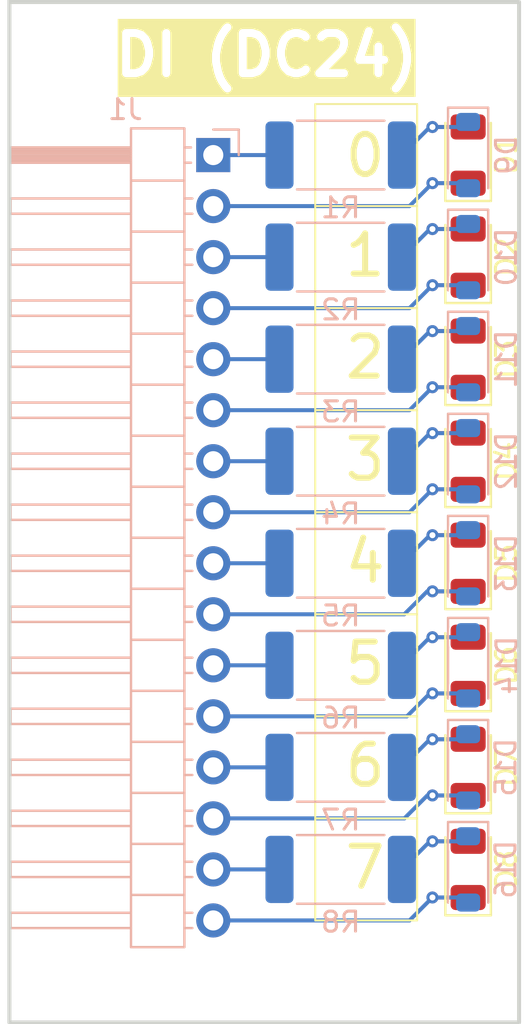
<source format=kicad_pcb>
(kicad_pcb (version 20240108) (generator "pcbnew") (generator_version "8.0")
  (layers (0 "F.Cu" signal) (31 "B.Cu" signal) (34 "B.Paste" user) (35 "F.Paste" user) (36 "B.SilkS" user "B.Silkscreen") (37 "F.SilkS" user "F.Silkscreen") (38 "B.Mask" user) (39 "F.Mask" user) (44 "Edge.Cuts" user))
  (net 0 "")
  (net 1 "Net-(D1-K)")
  (net 2 "Net-(D1-A)")
  (net 3 "Net-(J1-Pin_1)")
  (net 4 "Net-(J1-Pin_5)")
  (net 5 "Net-(J1-Pin_3)")
  (net 6 "Net-(D10-A)")
  (net 7 "Net-(D10-K)")
  (net 8 "Net-(D11-K)")
  (net 9 "Net-(D11-A)")
  (net 10 "Net-(D12-A)")
  (net 11 "Net-(D12-K)")
  (net 12 "Net-(D13-K)")
  (net 13 "Net-(D13-A)")
  (net 14 "Net-(D14-K)")
  (net 15 "Net-(D14-A)")
  (net 16 "Net-(D15-K)")
  (net 17 "Net-(D15-A)")
  (net 18 "Net-(D16-A)")
  (net 19 "Net-(D16-K)")
  (net 20 "Net-(J1-Pin_15)")
  (net 21 "Net-(J1-Pin_9)")
  (net 22 "Net-(J1-Pin_11)")
  (net 23 "Net-(J1-Pin_7)")
  (net 24 "Net-(J1-Pin_13)")
  (footprint "LED_SMD:LED_1206_3216Metric" (layer "F.Cu") (at 99.06 63.5 90)
    (property "Reference" "D2" (at 0 1.905 -90) (layer "F.SilkS"))
    (property "Value" "KP-3216MGC")
    (fp_line (start 1.6 -1.135) (end -2.285 -1.135) (stroke (width 0.12)) (layer "F.SilkS"))
    (fp_line (start -2.285 -1.135) (end -2.285 1.135) (stroke (width 0.12)) (layer "F.SilkS"))
    (fp_line (start -2.285 1.135) (end 1.6 1.135) (stroke (width 0.12)) (layer "F.SilkS"))
    (pad "1" smd roundrect (at -1.4 0 90) (size 1.25 1.75) (layers "F.Cu" "F.Paste" "F.Mask") (roundrect_rratio 0.2) (net 6 "Net-(D10-A)"))
    (pad "2" smd roundrect (at 1.4 0 90) (size 1.25 1.75) (layers "F.Cu" "F.Paste" "F.Mask") (roundrect_rratio 0.2) (net 7 "Net-(D10-K)"))
  )
  (footprint "LED_SMD:LED_1206_3216Metric" (layer "F.Cu") (at 99.06 78.74 90)
    (property "Reference" "D5" (at 0 1.905 -90) (layer "F.SilkS"))
    (property "Value" "KP-3216MGC")
    (fp_line (start 1.6 -1.135) (end -2.285 -1.135) (stroke (width 0.12)) (layer "F.SilkS"))
    (fp_line (start -2.285 -1.135) (end -2.285 1.135) (stroke (width 0.12)) (layer "F.SilkS"))
    (fp_line (start -2.285 1.135) (end 1.6 1.135) (stroke (width 0.12)) (layer "F.SilkS"))
    (pad "1" smd roundrect (at -1.4 0 90) (size 1.25 1.75) (layers "F.Cu" "F.Paste" "F.Mask") (roundrect_rratio 0.2) (net 13 "Net-(D13-A)"))
    (pad "2" smd roundrect (at 1.4 0 90) (size 1.25 1.75) (layers "F.Cu" "F.Paste" "F.Mask") (roundrect_rratio 0.2) (net 12 "Net-(D13-K)"))
  )
  (footprint "LED_SMD:LED_1206_3216Metric" (layer "F.Cu") (at 99.06 73.66 90)
    (property "Reference" "D4" (at 0 1.905 -90) (layer "F.SilkS"))
    (property "Value" "KP-3216MGC")
    (fp_line (start 1.6 -1.135) (end -2.285 -1.135) (stroke (width 0.12)) (layer "F.SilkS"))
    (fp_line (start -2.285 -1.135) (end -2.285 1.135) (stroke (width 0.12)) (layer "F.SilkS"))
    (fp_line (start -2.285 1.135) (end 1.6 1.135) (stroke (width 0.12)) (layer "F.SilkS"))
    (pad "1" smd roundrect (at -1.4 0 90) (size 1.25 1.75) (layers "F.Cu" "F.Paste" "F.Mask") (roundrect_rratio 0.2) (net 10 "Net-(D12-A)"))
    (pad "2" smd roundrect (at 1.4 0 90) (size 1.25 1.75) (layers "F.Cu" "F.Paste" "F.Mask") (roundrect_rratio 0.2) (net 11 "Net-(D12-K)"))
  )
  (footprint "LED_SMD:LED_1206_3216Metric" (layer "F.Cu") (at 99.06 83.82 90)
    (property "Reference" "D6" (at 0 1.905 -90) (layer "F.SilkS"))
    (property "Value" "KP-3216MGC")
    (fp_line (start 1.6 -1.135) (end -2.285 -1.135) (stroke (width 0.12)) (layer "F.SilkS"))
    (fp_line (start -2.285 -1.135) (end -2.285 1.135) (stroke (width 0.12)) (layer "F.SilkS"))
    (fp_line (start -2.285 1.135) (end 1.6 1.135) (stroke (width 0.12)) (layer "F.SilkS"))
    (pad "1" smd roundrect (at -1.4 0 90) (size 1.25 1.75) (layers "F.Cu" "F.Paste" "F.Mask") (roundrect_rratio 0.2) (net 15 "Net-(D14-A)"))
    (pad "2" smd roundrect (at 1.4 0 90) (size 1.25 1.75) (layers "F.Cu" "F.Paste" "F.Mask") (roundrect_rratio 0.2) (net 14 "Net-(D14-K)"))
  )
  (footprint "LED_SMD:LED_1206_3216Metric" (layer "F.Cu") (at 99.06 88.9 90)
    (property "Reference" "D7" (at 0 1.905 -90) (layer "F.SilkS"))
    (property "Value" "KP-3216MGC")
    (fp_line (start 1.6 -1.135) (end -2.285 -1.135) (stroke (width 0.12)) (layer "F.SilkS"))
    (fp_line (start -2.285 -1.135) (end -2.285 1.135) (stroke (width 0.12)) (layer "F.SilkS"))
    (fp_line (start -2.285 1.135) (end 1.6 1.135) (stroke (width 0.12)) (layer "F.SilkS"))
    (pad "1" smd roundrect (at -1.4 0 90) (size 1.25 1.75) (layers "F.Cu" "F.Paste" "F.Mask") (roundrect_rratio 0.2) (net 17 "Net-(D15-A)"))
    (pad "2" smd roundrect (at 1.4 0 90) (size 1.25 1.75) (layers "F.Cu" "F.Paste" "F.Mask") (roundrect_rratio 0.2) (net 16 "Net-(D15-K)"))
  )
  (footprint "LED_SMD:LED_1206_3216Metric" (layer "F.Cu") (at 99.06 58.42 90)
    (property "Reference" "D1" (at 0 1.905 -90) (layer "F.SilkS"))
    (property "Value" "KP-3216MGC")
    (fp_line (start 1.6 -1.135) (end -2.285 -1.135) (stroke (width 0.12)) (layer "F.SilkS"))
    (fp_line (start -2.285 -1.135) (end -2.285 1.135) (stroke (width 0.12)) (layer "F.SilkS"))
    (fp_line (start -2.285 1.135) (end 1.6 1.135) (stroke (width 0.12)) (layer "F.SilkS"))
    (pad "1" smd roundrect (at -1.4 0 90) (size 1.25 1.75) (layers "F.Cu" "F.Paste" "F.Mask") (roundrect_rratio 0.2) (net 1 "Net-(D1-K)"))
    (pad "2" smd roundrect (at 1.4 0 90) (size 1.25 1.75) (layers "F.Cu" "F.Paste" "F.Mask") (roundrect_rratio 0.2) (net 2 "Net-(D1-A)"))
  )
  (footprint "LED_SMD:LED_1206_3216Metric" (layer "F.Cu") (at 99.06 93.98 90)
    (property "Reference" "D8" (at 0 1.905 -90) (layer "F.SilkS"))
    (property "Value" "KP-3216MGC")
    (fp_line (start 1.6 -1.135) (end -2.285 -1.135) (stroke (width 0.12)) (layer "F.SilkS"))
    (fp_line (start -2.285 -1.135) (end -2.285 1.135) (stroke (width 0.12)) (layer "F.SilkS"))
    (fp_line (start -2.285 1.135) (end 1.6 1.135) (stroke (width 0.12)) (layer "F.SilkS"))
    (pad "1" smd roundrect (at -1.4 0 90) (size 1.25 1.75) (layers "F.Cu" "F.Paste" "F.Mask") (roundrect_rratio 0.2) (net 18 "Net-(D16-A)"))
    (pad "2" smd roundrect (at 1.4 0 90) (size 1.25 1.75) (layers "F.Cu" "F.Paste" "F.Mask") (roundrect_rratio 0.2) (net 19 "Net-(D16-K)"))
  )
  (footprint "LED_SMD:LED_1206_3216Metric" (layer "F.Cu") (at 99.06 68.58 90)
    (property "Reference" "D3" (at 0 1.905 -90) (layer "F.SilkS"))
    (property "Value" "KP-3216MGC")
    (fp_line (start 1.6 -1.135) (end -2.285 -1.135) (stroke (width 0.12)) (layer "F.SilkS"))
    (fp_line (start -2.285 -1.135) (end -2.285 1.135) (stroke (width 0.12)) (layer "F.SilkS"))
    (fp_line (start -2.285 1.135) (end 1.6 1.135) (stroke (width 0.12)) (layer "F.SilkS"))
    (pad "1" smd roundrect (at -1.4 0 90) (size 1.25 1.75) (layers "F.Cu" "F.Paste" "F.Mask") (roundrect_rratio 0.2) (net 9 "Net-(D11-A)"))
    (pad "2" smd roundrect (at 1.4 0 90) (size 1.25 1.75) (layers "F.Cu" "F.Paste" "F.Mask") (roundrect_rratio 0.2) (net 8 "Net-(D11-K)"))
  )
  (footprint "Diode_SMD:D_SOD-123" (layer "B.Cu") (at 99.06 58.42 -90)
    (property "Reference" "D9" (at 0 -1.905 90) (layer "B.SilkS") (effects (justify mirror)))
    (property "Value" "1N4148W")
    (fp_line (start 1.65 1) (end -2.36 1) (stroke (width 0.12)) (layer "B.SilkS"))
    (fp_line (start -2.36 -1) (end -2.36 1) (stroke (width 0.12)) (layer "B.SilkS"))
    (fp_line (start 1.65 -1) (end -2.36 -1) (stroke (width 0.12)) (layer "B.SilkS"))
    (pad "1" smd roundrect (at -1.65 0 270) (size 0.9 1.2) (layers "B.Cu" "B.Paste" "B.Mask") (net 2 "Net-(D1-A)"))
    (pad "2" smd roundrect (at 1.65 0 270) (size 0.9 1.2) (layers "B.Cu" "B.Paste" "B.Mask") (net 1 "Net-(D1-K)"))
  )
  (footprint "Diode_SMD:D_SOD-123" (layer "B.Cu") (at 99.06 68.58 -90)
    (property "Reference" "D11" (at 0 -1.905 90) (layer "B.SilkS") (effects (justify mirror)))
    (property "Value" "1N4148W")
    (fp_line (start 1.65 1) (end -2.36 1) (stroke (width 0.12)) (layer "B.SilkS"))
    (fp_line (start -2.36 -1) (end -2.36 1) (stroke (width 0.12)) (layer "B.SilkS"))
    (fp_line (start 1.65 -1) (end -2.36 -1) (stroke (width 0.12)) (layer "B.SilkS"))
    (pad "1" smd roundrect (at -1.65 0 270) (size 0.9 1.2) (layers "B.Cu" "B.Paste" "B.Mask") (net 8 "Net-(D11-K)"))
    (pad "2" smd roundrect (at 1.65 0 270) (size 0.9 1.2) (layers "B.Cu" "B.Paste" "B.Mask") (net 9 "Net-(D11-A)"))
  )
  (footprint "Resistor_SMD:R_2512_6332Metric_Pad1.40x3.35mm_HandSolder" (layer "B.Cu") (at 92.71 78.74)
    (property "Reference" "R5" (at 0 2.62 0) (layer "B.SilkS") (effects (justify mirror)))
    (property "Value" "1.1k 1W")
    (fp_line (start 2.177064 -1.71) (end -2.177064 -1.71) (stroke (width 0.12)) (layer "B.SilkS"))
    (fp_line (start 2.177064 1.71) (end -2.177064 1.71) (stroke (width 0.12)) (layer "B.SilkS"))
    (pad "1" smd roundrect (at -3.05 0) (size 1.4 3.35) (layers "B.Cu" "B.Paste" "B.Mask") (roundrect_rratio 0.178571) (net 21 "Net-(J1-Pin_9)"))
    (pad "2" smd roundrect (at 3.05 0) (size 1.4 3.35) (layers "B.Cu" "B.Paste" "B.Mask") (roundrect_rratio 0.178571) (net 12 "Net-(D13-K)"))
  )
  (footprint "Diode_SMD:D_SOD-123" (layer "B.Cu") (at 99.06 73.66 -90)
    (property "Reference" "D12" (at 0 -1.905 90) (layer "B.SilkS") (effects (justify mirror)))
    (property "Value" "1N4148W")
    (fp_line (start 1.65 1) (end -2.36 1) (stroke (width 0.12)) (layer "B.SilkS"))
    (fp_line (start -2.36 -1) (end -2.36 1) (stroke (width 0.12)) (layer "B.SilkS"))
    (fp_line (start 1.65 -1) (end -2.36 -1) (stroke (width 0.12)) (layer "B.SilkS"))
    (pad "1" smd roundrect (at -1.65 0 270) (size 0.9 1.2) (layers "B.Cu" "B.Paste" "B.Mask") (net 11 "Net-(D12-K)"))
    (pad "2" smd roundrect (at 1.65 0 270) (size 0.9 1.2) (layers "B.Cu" "B.Paste" "B.Mask") (net 10 "Net-(D12-A)"))
  )
  (footprint "Connector_PinHeader_2.54mm:PinHeader_1x16_P2.54mm_Horizontal" (layer "B.Cu") (at 86.36 58.42 180)
    (property "Reference" "J1" (at 4.385 2.27 180) (layer "B.SilkS") (effects (justify mirror)))
    (property "Value" "Conn_01x16_Pin")
    (fp_line (start 10.1 0.38) (end 4.1 0.38) (stroke (width 0.12)) (layer "B.SilkS"))
    (fp_line (start 10.1 0.32) (end 4.1 0.32) (stroke (width 0.12)) (layer "B.SilkS"))
    (fp_line (start 10.1 0.2) (end 4.1 0.2) (stroke (width 0.12)) (layer "B.SilkS"))
    (fp_line (start 10.1 0.08) (end 4.1 0.08) (stroke (width 0.12)) (layer "B.SilkS"))
    (fp_line (start 10.1 -0.04) (end 4.1 -0.04) (stroke (width 0.12)) (layer "B.SilkS"))
    (fp_line (start 10.1 -0.16) (end 4.1 -0.16) (stroke (width 0.12)) (layer "B.SilkS"))
    (fp_line (start 10.1 -0.28) (end 4.1 -0.28) (stroke (width 0.12)) (layer "B.SilkS"))
    (fp_line (start 10.1 -0.38) (end 10.1 0.38) (stroke (width 0.12)) (layer "B.SilkS"))
    (fp_line (start 10.1 -2.16) (end 4.1 -2.16) (stroke (width 0.12)) (layer "B.SilkS"))
    (fp_line (start 10.1 -2.92) (end 10.1 -2.16) (stroke (width 0.12)) (layer "B.SilkS"))
    (fp_line (start 10.1 -4.7) (end 4.1 -4.7) (stroke (width 0.12)) (layer "B.SilkS"))
    (fp_line (start 10.1 -5.46) (end 10.1 -4.7) (stroke (width 0.12)) (layer "B.SilkS"))
    (fp_line (start 10.1 -7.24) (end 4.1 -7.24) (stroke (width 0.12)) (layer "B.SilkS"))
    (fp_line (start 10.1 -8) (end 10.1 -7.24) (stroke (width 0.12)) (layer "B.SilkS"))
    (fp_line (start 10.1 -9.78) (end 4.1 -9.78) (stroke (width 0.12)) (layer "B.SilkS"))
    (fp_line (start 10.1 -10.54) (end 10.1 -9.78) (stroke (width 0.12)) (layer "B.SilkS"))
    (fp_line (start 10.1 -12.32) (end 4.1 -12.32) (stroke (width 0.12)) (layer "B.SilkS"))
    (fp_line (start 10.1 -13.08) (end 10.1 -12.32) (stroke (width 0.12)) (layer "B.SilkS"))
    (fp_line (start 10.1 -14.86) (end 4.1 -14.86) (stroke (width 0.12)) (layer "B.SilkS"))
    (fp_line (start 10.1 -15.62) (end 10.1 -14.86) (stroke (width 0.12)) (layer "B.SilkS"))
    (fp_line (start 10.1 -17.4) (end 4.1 -17.4) (stroke (width 0.12)) (layer "B.SilkS"))
    (fp_line (start 10.1 -18.16) (end 10.1 -17.4) (stroke (width 0.12)) (layer "B.SilkS"))
    (fp_line (start 10.1 -19.94) (end 4.1 -19.94) (stroke (width 0.12)) (layer "B.SilkS"))
    (fp_line (start 10.1 -20.7) (end 10.1 -19.94) (stroke (width 0.12)) (layer "B.SilkS"))
    (fp_line (start 10.1 -22.48) (end 4.1 -22.48) (stroke (width 0.12)) (layer "B.SilkS"))
    (fp_line (start 10.1 -23.24) (end 10.1 -22.48) (stroke (width 0.12)) (layer "B.SilkS"))
    (fp_line (start 10.1 -25.02) (end 4.1 -25.02) (stroke (width 0.12)) (layer "B.SilkS"))
    (fp_line (start 10.1 -25.78) (end 10.1 -25.02) (stroke (width 0.12)) (layer "B.SilkS"))
    (fp_line (start 10.1 -27.56) (end 4.1 -27.56) (stroke (width 0.12)) (layer "B.SilkS"))
    (fp_line (start 10.1 -28.32) (end 10.1 -27.56) (stroke (width 0.12)) (layer "B.SilkS"))
    (fp_line (start 10.1 -30.1) (end 4.1 -30.1) (stroke (width 0.12)) (layer "B.SilkS"))
    (fp_line (start 10.1 -30.86) (end 10.1 -30.1) (stroke (width 0.12)) (layer "B.SilkS"))
    (fp_line (start 10.1 -32.64) (end 4.1 -32.64) (stroke (width 0.12)) (layer "B.SilkS"))
    (fp_line (start 10.1 -33.4) (end 10.1 -32.64) (stroke (width 0.12)) (layer "B.SilkS"))
    (fp_line (start 10.1 -35.18) (end 4.1 -35.18) (stroke (width 0.12)) (layer "B.SilkS"))
    (fp_line (start 10.1 -35.94) (end 10.1 -35.18) (stroke (width 0.12)) (layer "B.SilkS"))
    (fp_line (start 10.1 -37.72) (end 4.1 -37.72) (stroke (width 0.12)) (layer "B.SilkS"))
    (fp_line (start 10.1 -38.48) (end 10.1 -37.72) (stroke (width 0.12)) (layer "B.SilkS"))
    (fp_line (start 4.1 1.33) (end 4.1 -39.43) (stroke (width 0.12)) (layer "B.SilkS"))
    (fp_line (start 4.1 -0.38) (end 10.1 -0.38) (stroke (width 0.12)) (layer "B.SilkS"))
    (fp_line (start 4.1 -1.27) (end 1.44 -1.27) (stroke (width 0.12)) (layer "B.SilkS"))
    (fp_line (start 4.1 -2.92) (end 10.1 -2.92) (stroke (width 0.12)) (layer "B.SilkS"))
    (fp_line (start 4.1 -3.81) (end 1.44 -3.81) (stroke (width 0.12)) (layer "B.SilkS"))
    (fp_line (start 4.1 -5.46) (end 10.1 -5.46) (stroke (width 0.12)) (layer "B.SilkS"))
    (fp_line (start 4.1 -6.35) (end 1.44 -6.35) (stroke (width 0.12)) (layer "B.SilkS"))
    (fp_line (start 4.1 -8) (end 10.1 -8) (stroke (width 0.12)) (layer "B.SilkS"))
    (fp_line (start 4.1 -8.89) (end 1.44 -8.89) (stroke (width 0.12)) (layer "B.SilkS"))
    (fp_line (start 4.1 -10.54) (end 10.1 -10.54) (stroke (width 0.12)) (layer "B.SilkS"))
    (fp_line (start 4.1 -11.43) (end 1.44 -11.43) (stroke (width 0.12)) (layer "B.SilkS"))
    (fp_line (start 4.1 -13.08) (end 10.1 -13.08) (stroke (width 0.12)) (layer "B.SilkS"))
    (fp_line (start 4.1 -13.97) (end 1.44 -13.97) (stroke (width 0.12)) (layer "B.SilkS"))
    (fp_line (start 4.1 -15.62) (end 10.1 -15.62) (stroke (width 0.12)) (layer "B.SilkS"))
    (fp_line (start 4.1 -16.51) (end 1.44 -16.51) (stroke (width 0.12)) (layer "B.SilkS"))
    (fp_line (start 4.1 -18.16) (end 10.1 -18.16) (stroke (width 0.12)) (layer "B.SilkS"))
    (fp_line (start 4.1 -19.05) (end 1.44 -19.05) (stroke (width 0.12)) (layer "B.SilkS"))
    (fp_line (start 4.1 -20.7) (end 10.1 -20.7) (stroke (width 0.12)) (layer "B.SilkS"))
    (fp_line (start 4.1 -21.59) (end 1.44 -21.59) (stroke (width 0.12)) (layer "B.SilkS"))
    (fp_line (start 4.1 -23.24) (end 10.1 -23.24) (stroke (width 0.12)) (layer "B.SilkS"))
    (fp_line (start 4.1 -24.13) (end 1.44 -24.13) (stroke (width 0.12)) (layer "B.SilkS"))
    (fp_line (start 4.1 -25.78) (end 10.1 -25.78) (stroke (width 0.12)) (layer "B.SilkS"))
    (fp_line (start 4.1 -26.67) (end 1.44 -26.67) (stroke (width 0.12)) (layer "B.SilkS"))
    (fp_line (start 4.1 -28.32) (end 10.1 -28.32) (stroke (width 0.12)) (layer "B.SilkS"))
    (fp_line (start 4.1 -29.21) (end 1.44 -29.21) (stroke (width 0.12)) (layer "B.SilkS"))
    (fp_line (start 4.1 -30.86) (end 10.1 -30.86) (stroke (width 0.12)) (layer "B.SilkS"))
    (fp_line (start 4.1 -31.75) (end 1.44 -31.75) (stroke (width 0.12)) (layer "B.SilkS"))
    (fp_line (start 4.1 -33.4) (end 10.1 -33.4) (stroke (width 0.12)) (layer "B.SilkS"))
    (fp_line (start 4.1 -34.29) (end 1.44 -34.29) (stroke (width 0.12)) (layer "B.SilkS"))
    (fp_line (start 4.1 -35.94) (end 10.1 -35.94) (stroke (width 0.12)) (layer "B.SilkS"))
    (fp_line (start 4.1 -36.83) (end 1.44 -36.83) (stroke (width 0.12)) (layer "B.SilkS"))
    (fp_line (start 4.1 -38.48) (end 10.1 -38.48) (stroke (width 0.12)) (layer "B.SilkS"))
    (fp_line (start 4.1 -39.43) (end 1.44 -39.43) (stroke (width 0.12)) (layer "B.SilkS"))
    (fp_line (start 1.44 1.33) (end 4.1 1.33) (stroke (width 0.12)) (layer "B.SilkS"))
    (fp_line (start 1.44 0.38) (end 1.11 0.38) (stroke (width 0.12)) (layer "B.SilkS"))
    (fp_line (start 1.44 -0.38) (end 1.11 -0.38) (stroke (width 0.12)) (layer "B.SilkS"))
    (fp_line (start 1.44 -2.16) (end 1.042929 -2.16) (stroke (width 0.12)) (layer "B.SilkS"))
    (fp_line (start 1.44 -2.92) (end 1.042929 -2.92) (stroke (width 0.12)) (layer "B.SilkS"))
    (fp_line (start 1.44 -4.7) (end 1.042929 -4.7) (stroke (width 0.12)) (layer "B.SilkS"))
    (fp_line (start 1.44 -5.46) (end 1.042929 -5.46) (stroke (width 0.12)) (layer "B.SilkS"))
    (fp_line (start 1.44 -7.24) (end 1.042929 -7.24) (stroke (width 0.12)) (layer "B.SilkS"))
    (fp_line (start 1.44 -8) (end 1.042929 -8) (stroke (width 0.12)) (layer "B.SilkS"))
    (fp_line (start 1.44 -9.78) (end 1.042929 -9.78) (stroke (width 0.12)) (layer "B.SilkS"))
    (fp_line (start 1.44 -10.54) (end 1.042929 -10.54) (stroke (width 0.12)) (layer "B.SilkS"))
    (fp_line (start 1.44 -12.32) (end 1.042929 -12.32) (stroke (width 0.12)) (layer "B.SilkS"))
    (fp_line (start 1.44 -13.08) (end 1.042929 -13.08) (stroke (width 0.12)) (layer "B.SilkS"))
    (fp_line (start 1.44 -14.86) (end 1.042929 -14.86) (stroke (width 0.12)) (layer "B.SilkS"))
    (fp_line (start 1.44 -15.62) (end 1.042929 -15.62) (stroke (width 0.12)) (layer "B.SilkS"))
    (fp_line (start 1.44 -17.4) (end 1.042929 -17.4) (stroke (width 0.12)) (layer "B.SilkS"))
    (fp_line (start 1.44 -18.16) (end 1.042929 -18.16) (stroke (width 0.12)) (layer "B.SilkS"))
    (fp_line (start 1.44 -19.94) (end 1.042929 -19.94) (stroke (width 0.12)) (layer "B.SilkS"))
    (fp_line (start 1.44 -20.7) (end 1.042929 -20.7) (stroke (width 0.12)) (layer "B.SilkS"))
    (fp_line (start 1.44 -22.48) (end 1.042929 -22.48) (stroke (width 0.12)) (layer "B.SilkS"))
    (fp_line (start 1.44 -23.24) (end 1.042929 -23.24) (stroke (width 0.12)) (layer "B.SilkS"))
    (fp_line (start 1.44 -25.02) (end 1.042929 -25.02) (stroke (width 0.12)) (layer "B.SilkS"))
    (fp_line (start 1.44 -25.78) (end 1.042929 -25.78) (stroke (width 0.12)) (layer "B.SilkS"))
    (fp_line (start 1.44 -27.56) (end 1.042929 -27.56) (stroke (width 0.12)) (layer "B.SilkS"))
    (fp_line (start 1.44 -28.32) (end 1.042929 -28.32) (stroke (width 0.12)) (layer "B.SilkS"))
    (fp_line (start 1.44 -30.1) (end 1.042929 -30.1) (stroke (width 0.12)) (layer "B.SilkS"))
    (fp_line (start 1.44 -30.86) (end 1.042929 -30.86) (stroke (width 0.12)) (layer "B.SilkS"))
    (fp_line (start 1.44 -32.64) (end 1.042929 -32.64) (stroke (width 0.12)) (layer "B.SilkS"))
    (fp_line (start 1.44 -33.4) (end 1.042929 -33.4) (stroke (width 0.12)) (layer "B.SilkS"))
    (fp_line (start 1.44 -35.18) (end 1.042929 -35.18) (stroke (width 0.12)) (layer "B.SilkS"))
    (fp_line (start 1.44 -35.94) (end 1.042929 -35.94) (stroke (width 0.12)) (layer "B.SilkS"))
    (fp_line (start 1.44 -37.72) (end 1.042929 -37.72) (stroke (width 0.12)) (layer "B.SilkS"))
    (fp_line (start 1.44 -38.48) (end 1.042929 -38.48) (stroke (width 0.12)) (layer "B.SilkS"))
    (fp_line (start 1.44 -39.43) (end 1.44 1.33) (stroke (width 0.12)) (layer "B.SilkS"))
    (fp_line (start 0 1.27) (end -1.27 1.27) (stroke (width 0.12)) (layer "B.SilkS"))
    (fp_line (start -1.27 1.27) (end -1.27 0) (stroke (width 0.12)) (layer "B.SilkS"))
    (pad "1" thru_hole rect (at 0 0 180) (size 1.7 1.7) (drill 1) (layers "*.Cu" "*.Mask") (net 3 "Net-(J1-Pin_1)"))
    (pad "2" thru_hole oval (at 0 -2.54 180) (size 1.7 1.7) (drill 1) (layers "*.Cu" "*.Mask") (net 1 "Net-(D1-K)"))
    (pad "3" thru_hole oval (at 0 -5.08 180) (size 1.7 1.7) (drill 1) (layers "*.Cu" "*.Mask") (net 5 "Net-(J1-Pin_3)"))
    (pad "4" thru_hole oval (at 0 -7.62 180) (size 1.7 1.7) (drill 1) (layers "*.Cu" "*.Mask") (net 6 "Net-(D10-A)"))
    (pad "5" thru_hole oval (at 0 -10.16 180) (size 1.7 1.7) (drill 1) (layers "*.Cu" "*.Mask") (net 4 "Net-(J1-Pin_5)"))
    (pad "6" thru_hole oval (at 0 -12.7 180) (size 1.7 1.7) (drill 1) (layers "*.Cu" "*.Mask") (net 9 "Net-(D11-A)"))
    (pad "7" thru_hole oval (at 0 -15.24 180) (size 1.7 1.7) (drill 1) (layers "*.Cu" "*.Mask") (net 23 "Net-(J1-Pin_7)"))
    (pad "8" thru_hole oval (at 0 -17.78 180) (size 1.7 1.7) (drill 1) (layers "*.Cu" "*.Mask") (net 10 "Net-(D12-A)"))
    (pad "9" thru_hole oval (at 0 -20.32 180) (size 1.7 1.7) (drill 1) (layers "*.Cu" "*.Mask") (net 21 "Net-(J1-Pin_9)"))
    (pad "10" thru_hole oval (at 0 -22.86 180) (size 1.7 1.7) (drill 1) (layers "*.Cu" "*.Mask") (net 13 "Net-(D13-A)"))
    (pad "11" thru_hole oval (at 0 -25.4 180) (size 1.7 1.7) (drill 1) (layers "*.Cu" "*.Mask") (net 22 "Net-(J1-Pin_11)"))
    (pad "12" thru_hole oval (at 0 -27.94 180) (size 1.7 1.7) (drill 1) (layers "*.Cu" "*.Mask") (net 15 "Net-(D14-A)"))
    (pad "13" thru_hole oval (at 0 -30.48 180) (size 1.7 1.7) (drill 1) (layers "*.Cu" "*.Mask") (net 24 "Net-(J1-Pin_13)"))
    (pad "14" thru_hole oval (at 0 -33.02 180) (size 1.7 1.7) (drill 1) (layers "*.Cu" "*.Mask") (net 17 "Net-(D15-A)"))
    (pad "15" thru_hole oval (at 0 -35.56 180) (size 1.7 1.7) (drill 1) (layers "*.Cu" "*.Mask") (net 20 "Net-(J1-Pin_15)"))
    (pad "16" thru_hole oval (at 0 -38.1 180) (size 1.7 1.7) (drill 1) (layers "*.Cu" "*.Mask") (net 18 "Net-(D16-A)"))
  )
  (footprint "Diode_SMD:D_SOD-123" (layer "B.Cu") (at 99.06 88.9 -90)
    (property "Reference" "D15" (at 0 -1.8796 90) (layer "B.SilkS") (effects (justify mirror)))
    (property "Value" "1N4148W")
    (fp_line (start 1.65 1) (end -2.36 1) (stroke (width 0.12)) (layer "B.SilkS"))
    (fp_line (start -2.36 -1) (end -2.36 1) (stroke (width 0.12)) (layer "B.SilkS"))
    (fp_line (start 1.65 -1) (end -2.36 -1) (stroke (width 0.12)) (layer "B.SilkS"))
    (pad "1" smd roundrect (at -1.65 0 270) (size 0.9 1.2) (layers "B.Cu" "B.Paste" "B.Mask") (net 16 "Net-(D15-K)"))
    (pad "2" smd roundrect (at 1.65 0 270) (size 0.9 1.2) (layers "B.Cu" "B.Paste" "B.Mask") (net 17 "Net-(D15-A)"))
  )
  (footprint "Diode_SMD:D_SOD-123" (layer "B.Cu") (at 99.06 83.82 -90)
    (property "Reference" "D14" (at 0 -1.9304 90) (layer "B.SilkS") (effects (justify mirror)))
    (property "Value" "1N4148W")
    (fp_line (start 1.65 1) (end -2.36 1) (stroke (width 0.12)) (layer "B.SilkS"))
    (fp_line (start -2.36 -1) (end -2.36 1) (stroke (width 0.12)) (layer "B.SilkS"))
    (fp_line (start 1.65 -1) (end -2.36 -1) (stroke (width 0.12)) (layer "B.SilkS"))
    (pad "1" smd roundrect (at -1.65 0 270) (size 0.9 1.2) (layers "B.Cu" "B.Paste" "B.Mask") (net 14 "Net-(D14-K)"))
    (pad "2" smd roundrect (at 1.65 0 270) (size 0.9 1.2) (layers "B.Cu" "B.Paste" "B.Mask") (net 15 "Net-(D14-A)"))
  )
  (footprint "Diode_SMD:D_SOD-123" (layer "B.Cu") (at 99.06 63.5 -90)
    (property "Reference" "D10" (at 0 -1.905 90) (layer "B.SilkS") (effects (justify mirror)))
    (property "Value" "1N4148W")
    (fp_line (start 1.65 1) (end -2.36 1) (stroke (width 0.12)) (layer "B.SilkS"))
    (fp_line (start -2.36 -1) (end -2.36 1) (stroke (width 0.12)) (layer "B.SilkS"))
    (fp_line (start 1.65 -1) (end -2.36 -1) (stroke (width 0.12)) (layer "B.SilkS"))
    (pad "1" smd roundrect (at -1.65 0 270) (size 0.9 1.2) (layers "B.Cu" "B.Paste" "B.Mask") (net 7 "Net-(D10-K)"))
    (pad "2" smd roundrect (at 1.65 0 270) (size 0.9 1.2) (layers "B.Cu" "B.Paste" "B.Mask") (net 6 "Net-(D10-A)"))
  )
  (footprint "Diode_SMD:D_SOD-123" (layer "B.Cu") (at 99.06 78.74 -90)
    (property "Reference" "D13" (at 0 -1.905 90) (layer "B.SilkS") (effects (justify mirror)))
    (property "Value" "1N4148W")
    (fp_line (start 1.65 1) (end -2.36 1) (stroke (width 0.12)) (layer "B.SilkS"))
    (fp_line (start -2.36 -1) (end -2.36 1) (stroke (width 0.12)) (layer "B.SilkS"))
    (fp_line (start 1.65 -1) (end -2.36 -1) (stroke (width 0.12)) (layer "B.SilkS"))
    (pad "1" smd roundrect (at -1.65 0 270) (size 0.9 1.2) (layers "B.Cu" "B.Paste" "B.Mask") (net 12 "Net-(D13-K)"))
    (pad "2" smd roundrect (at 1.65 0 270) (size 0.9 1.2) (layers "B.Cu" "B.Paste" "B.Mask") (net 13 "Net-(D13-A)"))
  )
  (footprint "Diode_SMD:D_SOD-123" (layer "B.Cu") (at 99.06 93.98 -90)
    (property "Reference" "D16" (at 0 -1.8796 90) (layer "B.SilkS") (effects (justify mirror)))
    (property "Value" "1N4148W")
    (fp_line (start 1.65 1) (end -2.36 1) (stroke (width 0.12)) (layer "B.SilkS"))
    (fp_line (start -2.36 -1) (end -2.36 1) (stroke (width 0.12)) (layer "B.SilkS"))
    (fp_line (start 1.65 -1) (end -2.36 -1) (stroke (width 0.12)) (layer "B.SilkS"))
    (pad "1" smd roundrect (at -1.65 0 270) (size 0.9 1.2) (layers "B.Cu" "B.Paste" "B.Mask") (net 19 "Net-(D16-K)"))
    (pad "2" smd roundrect (at 1.65 0 270) (size 0.9 1.2) (layers "B.Cu" "B.Paste" "B.Mask") (net 18 "Net-(D16-A)"))
  )
  (footprint "Resistor_SMD:R_2512_6332Metric_Pad1.40x3.35mm_HandSolder" (layer "B.Cu") (at 92.71 83.82)
    (property "Reference" "R6" (at 0 2.62 0) (layer "B.SilkS") (effects (justify mirror)))
    (property "Value" "1.1k 1W")
    (fp_line (start 2.177064 -1.71) (end -2.177064 -1.71) (stroke (width 0.12)) (layer "B.SilkS"))
    (fp_line (start 2.177064 1.71) (end -2.177064 1.71) (stroke (width 0.12)) (layer "B.SilkS"))
    (pad "1" smd roundrect (at -3.05 0) (size 1.4 3.35) (layers "B.Cu" "B.Paste" "B.Mask") (roundrect_rratio 0.178571) (net 22 "Net-(J1-Pin_11)"))
    (pad "2" smd roundrect (at 3.05 0) (size 1.4 3.35) (layers "B.Cu" "B.Paste" "B.Mask") (roundrect_rratio 0.178571) (net 14 "Net-(D14-K)"))
  )
  (footprint "Resistor_SMD:R_2512_6332Metric_Pad1.40x3.35mm_HandSolder" (layer "B.Cu") (at 92.71 58.42)
    (property "Reference" "R1" (at 0 2.62 0) (layer "B.SilkS") (effects (justify mirror)))
    (property "Value" "1.1k 1W")
    (fp_line (start 2.177064 -1.71) (end -2.177064 -1.71) (stroke (width 0.12)) (layer "B.SilkS"))
    (fp_line (start 2.177064 1.71) (end -2.177064 1.71) (stroke (width 0.12)) (layer "B.SilkS"))
    (pad "1" smd roundrect (at -3.05 0) (size 1.4 3.35) (layers "B.Cu" "B.Paste" "B.Mask") (roundrect_rratio 0.178571) (net 3 "Net-(J1-Pin_1)"))
    (pad "2" smd roundrect (at 3.05 0) (size 1.4 3.35) (layers "B.Cu" "B.Paste" "B.Mask") (roundrect_rratio 0.178571) (net 2 "Net-(D1-A)"))
  )
  (footprint "Resistor_SMD:R_2512_6332Metric_Pad1.40x3.35mm_HandSolder" (layer "B.Cu") (at 92.71 73.66)
    (property "Reference" "R4" (at 0 2.62 0) (layer "B.SilkS") (effects (justify mirror)))
    (property "Value" "1.1k 1W")
    (fp_line (start 2.177064 -1.71) (end -2.177064 -1.71) (stroke (width 0.12)) (layer "B.SilkS"))
    (fp_line (start 2.177064 1.71) (end -2.177064 1.71) (stroke (width 0.12)) (layer "B.SilkS"))
    (pad "1" smd roundrect (at -3.05 0) (size 1.4 3.35) (layers "B.Cu" "B.Paste" "B.Mask") (roundrect_rratio 0.178571) (net 23 "Net-(J1-Pin_7)"))
    (pad "2" smd roundrect (at 3.05 0) (size 1.4 3.35) (layers "B.Cu" "B.Paste" "B.Mask") (roundrect_rratio 0.178571) (net 11 "Net-(D12-K)"))
  )
  (footprint "Resistor_SMD:R_2512_6332Metric_Pad1.40x3.35mm_HandSolder" (layer "B.Cu") (at 92.71 93.98)
    (property "Reference" "R8" (at 0 2.62 0) (layer "B.SilkS") (effects (justify mirror)))
    (property "Value" "1.1k 1W")
    (fp_line (start 2.177064 -1.71) (end -2.177064 -1.71) (stroke (width 0.12)) (layer "B.SilkS"))
    (fp_line (start 2.177064 1.71) (end -2.177064 1.71) (stroke (width 0.12)) (layer "B.SilkS"))
    (pad "1" smd roundrect (at -3.05 0) (size 1.4 3.35) (layers "B.Cu" "B.Paste" "B.Mask") (roundrect_rratio 0.178571) (net 20 "Net-(J1-Pin_15)"))
    (pad "2" smd roundrect (at 3.05 0) (size 1.4 3.35) (layers "B.Cu" "B.Paste" "B.Mask") (roundrect_rratio 0.178571) (net 19 "Net-(D16-K)"))
  )
  (footprint "Resistor_SMD:R_2512_6332Metric_Pad1.40x3.35mm_HandSolder" (layer "B.Cu") (at 92.71 88.9)
    (property "Reference" "R7" (at 0 2.62 0) (layer "B.SilkS") (effects (justify mirror)))
    (property "Value" "1.1k 1W")
    (fp_line (start 2.177064 -1.71) (end -2.177064 -1.71) (stroke (width 0.12)) (layer "B.SilkS"))
    (fp_line (start 2.177064 1.71) (end -2.177064 1.71) (stroke (width 0.12)) (layer "B.SilkS"))
    (pad "1" smd roundrect (at -3.05 0) (size 1.4 3.35) (layers "B.Cu" "B.Paste" "B.Mask") (roundrect_rratio 0.178571) (net 24 "Net-(J1-Pin_13)"))
    (pad "2" smd roundrect (at 3.05 0) (size 1.4 3.35) (layers "B.Cu" "B.Paste" "B.Mask") (roundrect_rratio 0.178571) (net 16 "Net-(D15-K)"))
  )
  (footprint "Resistor_SMD:R_2512_6332Metric_Pad1.40x3.35mm_HandSolder" (layer "B.Cu") (at 92.71 63.5)
    (property "Reference" "R2" (at 0 2.62 0) (layer "B.SilkS") (effects (justify mirror)))
    (property "Value" "1.1k 1W")
    (fp_line (start 2.177064 -1.71) (end -2.177064 -1.71) (stroke (width 0.12)) (layer "B.SilkS"))
    (fp_line (start 2.177064 1.71) (end -2.177064 1.71) (stroke (width 0.12)) (layer "B.SilkS"))
    (pad "1" smd roundrect (at -3.05 0) (size 1.4 3.35) (layers "B.Cu" "B.Paste" "B.Mask") (roundrect_rratio 0.178571) (net 5 "Net-(J1-Pin_3)"))
    (pad "2" smd roundrect (at 3.05 0) (size 1.4 3.35) (layers "B.Cu" "B.Paste" "B.Mask") (roundrect_rratio 0.178571) (net 7 "Net-(D10-K)"))
  )
  (footprint "Resistor_SMD:R_2512_6332Metric_Pad1.40x3.35mm_HandSolder" (layer "B.Cu") (at 92.71 68.58)
    (property "Reference" "R3" (at 0 2.62 0) (layer "B.SilkS") (effects (justify mirror)))
    (property "Value" "1.1k 1W")
    (fp_line (start 2.177064 -1.71) (end -2.177064 -1.71) (stroke (width 0.12)) (layer "B.SilkS"))
    (fp_line (start 2.177064 1.71) (end -2.177064 1.71) (stroke (width 0.12)) (layer "B.SilkS"))
    (pad "1" smd roundrect (at -3.05 0) (size 1.4 3.35) (layers "B.Cu" "B.Paste" "B.Mask") (roundrect_rratio 0.178571) (net 4 "Net-(J1-Pin_5)"))
    (pad "2" smd roundrect (at 3.05 0) (size 1.4 3.35) (layers "B.Cu" "B.Paste" "B.Mask") (roundrect_rratio 0.178571) (net 8 "Net-(D11-K)"))
  )
  (gr_rect (start 91.44 55.88) (end 96.52 60.96) (stroke (width 0.1)) (fill none) (layer "F.SilkS"))
  (gr_rect (start 91.44 66.04) (end 96.52 71.12) (stroke (width 0.1)) (fill none) (layer "F.SilkS"))
  (gr_rect (start 91.44 81.28) (end 96.52 86.36) (stroke (width 0.1)) (fill none) (layer "F.SilkS"))
  (gr_rect (start 91.44 60.96) (end 96.52 66.04) (stroke (width 0.1)) (fill none) (layer "F.SilkS"))
  (gr_rect (start 91.44 91.44) (end 96.52 96.52) (stroke (width 0.1)) (fill none) (layer "F.SilkS"))
  (gr_rect (start 91.44 86.36) (end 96.52 91.44) (stroke (width 0.1)) (fill none) (layer "F.SilkS"))
  (gr_rect (start 91.44 76.2) (end 96.52 81.28) (stroke (width 0.1)) (fill none) (layer "F.SilkS"))
  (gr_rect (start 91.44 71.12) (end 96.52 76.2) (stroke (width 0.1)) (fill none) (layer "F.SilkS"))
  (gr_rect (start 76.2 50.8) (end 101.6 101.6) (stroke (width 0.2)) (fill none) (layer "Edge.Cuts"))
  (gr_text "4" (at 92.777619 79.819 0) (layer "F.SilkS") (effects (font (size 2 2) (thickness 0.3)) (justify left bottom)))
  (gr_text "6" (at 92.777619 89.979 0) (layer "F.SilkS") (effects (font (size 2 2) (thickness 0.3)) (justify left bottom)))
  (gr_text "5" (at 92.777619 84.899 0) (layer "F.SilkS") (effects (font (size 2 2) (thickness 0.3)) (justify left bottom)))
  (gr_text "7" (at 92.777619 95.059 0) (layer "F.SilkS") (effects (font (size 2 2) (thickness 0.3)) (justify left bottom)))
  (gr_text "DI (DC24)" (at 81.28 54.61 0) (layer "F.SilkS" knockout) (effects (font (size 2 2) (thickness 0.4) (bold yes)) (justify left bottom)))
  (gr_text "1" (at 92.777619 64.579 0) (layer "F.SilkS") (effects (font (size 2 2) (thickness 0.3)) (justify left bottom)))
  (gr_text "2" (at 92.777619 69.659 0) (layer "F.SilkS") (effects (font (size 2 2) (thickness 0.3)) (justify left bottom)))
  (gr_text "3" (at 92.777619 74.739 0) (layer "F.SilkS") (effects (font (size 2 2) (thickness 0.3)) (justify left bottom)))
  (gr_text "0" (at 92.777619 59.6235 0) (layer "F.SilkS") (effects (font (size 2 2) (thickness 0.3)) (justify left bottom)))
  (segment (start 97.285 59.82) (end 97.282 59.817) (width 0.2) (layer "F.Cu") (net 1))
  (segment (start 99.06 59.82) (end 97.285 59.82) (width 0.2) (layer "F.Cu") (net 1))
  (via (at 97.282 59.817) (size 0.6) (drill 0.3) (layers "F.Cu" "B.Cu") (net 1))
  (segment (start 96.139 60.96) (end 86.36 60.96) (width 0.2) (layer "B.Cu") (net 1))
  (segment (start 98.807 59.817) (end 99.06 60.07) (width 0.2) (layer "B.Cu") (net 1))
  (segment (start 97.282 59.817) (end 98.807 59.817) (width 0.2) (layer "B.Cu") (net 1))
  (segment (start 97.282 59.817) (end 96.139 60.96) (width 0.2) (layer "B.Cu") (net 1))
  (segment (start 99.06 57.02) (end 97.285 57.02) (width 0.2) (layer "F.Cu") (net 2))
  (segment (start 97.285 57.02) (end 97.282 57.023) (width 0.2) (layer "F.Cu") (net 2))
  (via (at 97.282 57.023) (size 0.6) (drill 0.3) (layers "F.Cu" "B.Cu") (net 2))
  (segment (start 97.157 57.023) (end 95.76 58.42) (width 0.2) (layer "B.Cu") (net 2))
  (segment (start 97.282 57.023) (end 98.807 57.023) (width 0.2) (layer "B.Cu") (net 2))
  (segment (start 97.282 57.023) (end 97.157 57.023) (width 0.2) (layer "B.Cu") (net 2))
  (segment (start 98.807 57.023) (end 99.06 56.77) (width 0.2) (layer "B.Cu") (net 2))
  (segment (start 86.36 58.42) (end 89.66 58.42) (width 0.2) (layer "B.Cu") (net 3))
  (segment (start 89.66 68.58) (end 86.36 68.58) (width 0.2) (layer "B.Cu") (net 4))
  (segment (start 89.66 63.5) (end 86.36 63.5) (width 0.2) (layer "B.Cu") (net 5))
  (segment (start 97.285 64.9) (end 97.282 64.897) (width 0.2) (layer "F.Cu") (net 6))
  (segment (start 99.06 64.9) (end 97.285 64.9) (width 0.2) (layer "F.Cu") (net 6))
  (via (at 97.282 64.897) (size 0.6) (drill 0.3) (layers "F.Cu" "B.Cu") (net 6))
  (segment (start 97.282 64.897) (end 96.139 66.04) (width 0.2) (layer "B.Cu") (net 6))
  (segment (start 97.282 64.897) (end 98.807 64.897) (width 0.2) (layer "B.Cu") (net 6))
  (segment (start 98.807 64.897) (end 99.06 65.15) (width 0.2) (layer "B.Cu") (net 6))
  (segment (start 96.139 66.04) (end 86.36 66.04) (width 0.2) (layer "B.Cu") (net 6))
  (segment (start 99.06 62.1) (end 97.285 62.1) (width 0.2) (layer "F.Cu") (net 7))
  (segment (start 97.285 62.1) (end 97.282 62.103) (width 0.2) (layer "F.Cu") (net 7))
  (via (at 97.282 62.103) (size 0.6) (drill 0.3) (layers "F.Cu" "B.Cu") (net 7))
  (segment (start 97.282 62.103) (end 97.157 62.103) (width 0.2) (layer "B.Cu") (net 7))
  (segment (start 98.807 62.103) (end 99.06 61.85) (width 0.2) (layer "B.Cu") (net 7))
  (segment (start 97.157 62.103) (end 95.76 63.5) (width 0.2) (layer "B.Cu") (net 7))
  (segment (start 97.282 62.103) (end 98.807 62.103) (width 0.2) (layer "B.Cu") (net 7))
  (segment (start 97.285 67.18) (end 97.282 67.183) (width 0.2) (layer "F.Cu") (net 8))
  (segment (start 99.06 67.18) (end 97.285 67.18) (width 0.2) (layer "F.Cu") (net 8))
  (via (at 97.282 67.183) (size 0.6) (drill 0.3) (layers "F.Cu" "B.Cu") (net 8))
  (segment (start 98.807 67.183) (end 99.06 66.93) (width 0.2) (layer "B.Cu") (net 8))
  (segment (start 97.282 67.183) (end 97.157 67.183) (width 0.2) (layer "B.Cu") (net 8))
  (segment (start 97.157 67.183) (end 95.76 68.58) (width 0.2) (layer "B.Cu") (net 8))
  (segment (start 97.282 67.183) (end 98.807 67.183) (width 0.2) (layer "B.Cu") (net 8))
  (segment (start 97.285 69.98) (end 97.282 69.977) (width 0.2) (layer "F.Cu") (net 9))
  (segment (start 99.06 69.98) (end 97.285 69.98) (width 0.2) (layer "F.Cu") (net 9))
  (via (at 97.282 69.977) (size 0.6) (drill 0.3) (layers "F.Cu" "B.Cu") (net 9))
  (segment (start 96.139 71.12) (end 86.36 71.12) (width 0.2) (layer "B.Cu") (net 9))
  (segment (start 97.282 69.977) (end 98.807 69.977) (width 0.2) (layer "B.Cu") (net 9))
  (segment (start 98.807 69.977) (end 99.06 70.23) (width 0.2) (layer "B.Cu") (net 9))
  (segment (start 97.282 69.977) (end 96.139 71.12) (width 0.2) (layer "B.Cu") (net 9))
  (segment (start 99.06 75.06) (end 97.285 75.06) (width 0.2) (layer "F.Cu") (net 10))
  (segment (start 97.285 75.06) (end 97.282 75.057) (width 0.2) (layer "F.Cu") (net 10))
  (via (at 97.282 75.057) (size 0.6) (drill 0.3) (layers "F.Cu" "B.Cu") (net 10))
  (segment (start 96.139 76.2) (end 86.36 76.2) (width 0.2) (layer "B.Cu") (net 10))
  (segment (start 97.282 75.057) (end 96.139 76.2) (width 0.2) (layer "B.Cu") (net 10))
  (segment (start 97.282 75.057) (end 98.807 75.057) (width 0.2) (layer "B.Cu") (net 10))
  (segment (start 98.807 75.057) (end 99.06 75.31) (width 0.2) (layer "B.Cu") (net 10))
  (segment (start 97.285 72.26) (end 97.282 72.263) (width 0.2) (layer "F.Cu") (net 11))
  (segment (start 99.06 72.26) (end 97.285 72.26) (width 0.2) (layer "F.Cu") (net 11))
  (via (at 97.282 72.263) (size 0.6) (drill 0.3) (layers "F.Cu" "B.Cu") (net 11))
  (segment (start 97.157 72.263) (end 95.76 73.66) (width 0.2) (layer "B.Cu") (net 11))
  (segment (start 97.282 72.263) (end 97.157 72.263) (width 0.2) (layer "B.Cu") (net 11))
  (segment (start 97.282 72.263) (end 98.807 72.263) (width 0.2) (layer "B.Cu") (net 11))
  (segment (start 98.807 72.263) (end 99.06 72.01) (width 0.2) (layer "B.Cu") (net 11))
  (segment (start 97.285 77.34) (end 97.282 77.343) (width 0.2) (layer "F.Cu") (net 12))
  (segment (start 99.06 77.34) (end 97.285 77.34) (width 0.2) (layer "F.Cu") (net 12))
  (via (at 97.282 77.343) (size 0.6) (drill 0.3) (layers "F.Cu" "B.Cu") (net 12))
  (segment (start 98.807 77.343) (end 99.06 77.09) (width 0.2) (layer "B.Cu") (net 12))
  (segment (start 97.282 77.343) (end 97.157 77.343) (width 0.2) (layer "B.Cu") (net 12))
  (segment (start 97.282 77.343) (end 98.807 77.343) (width 0.2) (layer "B.Cu") (net 12))
  (segment (start 97.157 77.343) (end 95.76 78.74) (width 0.2) (layer "B.Cu") (net 12))
  (segment (start 99.06 80.14) (end 97.285 80.14) (width 0.2) (layer "F.Cu") (net 13))
  (segment (start 97.285 80.14) (end 97.282 80.137) (width 0.2) (layer "F.Cu") (net 13))
  (via (at 97.282 80.137) (size 0.6) (drill 0.3) (layers "F.Cu" "B.Cu") (net 13))
  (segment (start 97.282 80.137) (end 98.807 80.137) (width 0.2) (layer "B.Cu") (net 13))
  (segment (start 98.807 80.137) (end 99.06 80.39) (width 0.2) (layer "B.Cu") (net 13))
  (segment (start 97.282 80.137) (end 97.022744 80.137) (width 0.2) (layer "B.Cu") (net 13))
  (segment (start 95.879744 81.28) (end 86.36 81.28) (width 0.2) (layer "B.Cu") (net 13))
  (segment (start 97.022744 80.137) (end 95.879744 81.28) (width 0.2) (layer "B.Cu") (net 13))
  (segment (start 99.06 82.42) (end 97.285 82.42) (width 0.2) (layer "F.Cu") (net 14))
  (segment (start 97.285 82.42) (end 97.282 82.423) (width 0.2) (layer "F.Cu") (net 14))
  (via (at 97.282 82.423) (size 0.6) (drill 0.3) (layers "F.Cu" "B.Cu") (net 14))
  (segment (start 97.282 82.423) (end 97.157 82.423) (width 0.2) (layer "B.Cu") (net 14))
  (segment (start 98.807 82.423) (end 99.06 82.17) (width 0.2) (layer "B.Cu") (net 14))
  (segment (start 97.157 82.423) (end 95.76 83.82) (width 0.2) (layer "B.Cu") (net 14))
  (segment (start 97.282 82.423) (end 98.807 82.423) (width 0.2) (layer "B.Cu") (net 14))
  (segment (start 99.06 85.22) (end 97.285 85.22) (width 0.2) (layer "F.Cu") (net 15))
  (segment (start 97.285 85.22) (end 97.282 85.217) (width 0.2) (layer "F.Cu") (net 15))
  (via (at 97.282 85.217) (size 0.6) (drill 0.3) (layers "F.Cu" "B.Cu") (net 15))
  (segment (start 97.282 85.217) (end 98.807 85.217) (width 0.2) (layer "B.Cu") (net 15))
  (segment (start 97.155 85.217) (end 96.012 86.36) (width 0.2) (layer "B.Cu") (net 15))
  (segment (start 98.807 85.217) (end 99.06 85.47) (width 0.2) (layer "B.Cu") (net 15))
  (segment (start 97.282 85.217) (end 97.155 85.217) (width 0.2) (layer "B.Cu") (net 15))
  (segment (start 96.012 86.36) (end 86.36 86.36) (width 0.2) (layer "B.Cu") (net 15))
  (segment (start 99.06 87.5) (end 97.285 87.5) (width 0.2) (layer "F.Cu") (net 16))
  (segment (start 97.285 87.5) (end 97.282 87.503) (width 0.2) (layer "F.Cu") (net 16))
  (via (at 97.282 87.503) (size 0.6) (drill 0.3) (layers "F.Cu" "B.Cu") (net 16))
  (segment (start 97.282 87.503) (end 98.807 87.503) (width 0.2) (layer "B.Cu") (net 16))
  (segment (start 97.282 87.503) (end 97.157 87.503) (width 0.2) (layer "B.Cu") (net 16))
  (segment (start 98.807 87.503) (end 99.06 87.25) (width 0.2) (layer "B.Cu") (net 16))
  (segment (start 97.157 87.503) (end 95.76 88.9) (width 0.2) (layer "B.Cu") (net 16))
  (segment (start 99.06 90.3) (end 97.285 90.3) (width 0.2) (layer "F.Cu") (net 17))
  (segment (start 97.285 90.3) (end 97.282 90.297) (width 0.2) (layer "F.Cu") (net 17))
  (via (at 97.282 90.297) (size 0.6) (drill 0.3) (layers "F.Cu" "B.Cu") (net 17))
  (segment (start 98.807 90.297) (end 99.06 90.55) (width 0.2) (layer "B.Cu") (net 17))
  (segment (start 97.028 90.297) (end 95.885 91.44) (width 0.2) (layer "B.Cu") (net 17))
  (segment (start 97.282 90.297) (end 97.028 90.297) (width 0.2) (layer "B.Cu") (net 17))
  (segment (start 97.282 90.297) (end 98.807 90.297) (width 0.2) (layer "B.Cu") (net 17))
  (segment (start 95.885 91.44) (end 86.36 91.44) (width 0.2) (layer "B.Cu") (net 17))
  (segment (start 99.06 95.38) (end 97.285 95.38) (width 0.2) (layer "F.Cu") (net 18))
  (segment (start 97.285 95.38) (end 97.282 95.377) (width 0.2) (layer "F.Cu") (net 18))
  (via (at 97.282 95.377) (size 0.6) (drill 0.3) (layers "F.Cu" "B.Cu") (net 18))
  (segment (start 98.807 95.377) (end 99.06 95.63) (width 0.2) (layer "B.Cu") (net 18))
  (segment (start 97.282 95.377) (end 98.807 95.377) (width 0.2) (layer "B.Cu") (net 18))
  (segment (start 96.139 96.52) (end 86.36 96.52) (width 0.2) (layer "B.Cu") (net 18))
  (segment (start 97.282 95.377) (end 96.139 96.52) (width 0.2) (layer "B.Cu") (net 18))
  (segment (start 97.285 92.58) (end 97.282 92.583) (width 0.2) (layer "F.Cu") (net 19))
  (segment (start 99.06 92.58) (end 97.285 92.58) (width 0.2) (layer "F.Cu") (net 19))
  (via (at 97.282 92.583) (size 0.6) (drill 0.3) (layers "F.Cu" "B.Cu") (net 19))
  (segment (start 97.157 92.583) (end 95.76 93.98) (width 0.2) (layer "B.Cu") (net 19))
  (segment (start 98.807 92.583) (end 99.06 92.33) (width 0.2) (layer "B.Cu") (net 19))
  (segment (start 97.282 92.583) (end 97.157 92.583) (width 0.2) (layer "B.Cu") (net 19))
  (segment (start 97.282 92.583) (end 98.807 92.583) (width 0.2) (layer "B.Cu") (net 19))
  (segment (start 89.66 93.98) (end 86.36 93.98) (width 0.2) (layer "B.Cu") (net 20))
  (segment (start 89.66 78.74) (end 86.36 78.74) (width 0.2) (layer "B.Cu") (net 21))
  (segment (start 89.66 83.82) (end 86.36 83.82) (width 0.2) (layer "B.Cu") (net 22))
  (segment (start 89.66 73.66) (end 86.36 73.66) (width 0.2) (layer "B.Cu") (net 23))
  (segment (start 89.66 88.9) (end 86.36 88.9) (width 0.2) (layer "B.Cu") (net 24))
)
</source>
